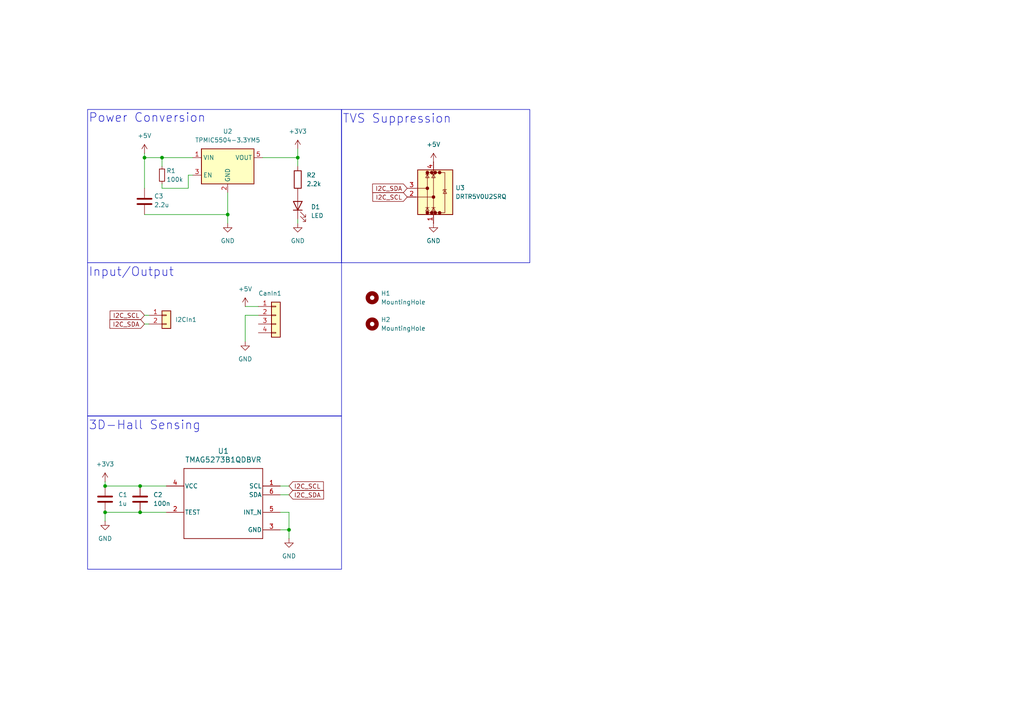
<source format=kicad_sch>
(kicad_sch (version 20231120) (generator "eeschema") (generator_version "8.0")
  (paper "A4")
  (lib_symbols
    (symbol "Connector_Generic:Conn_01x02" (pin_names (offset 1.016) hide)
      (property "Reference" "J" (at 0 2.54 0))
      (property "Value" "Conn_01x02" (at 0 -5.08 0))
      (symbol "Conn_01x02_1_1"
        (rectangle (start -1.27 -2.413) (end 0 -2.667) (stroke (width 0.1524)))
        (rectangle (start -1.27 0.127) (end 0 -0.127) (stroke (width 0.1524)))
        (rectangle (start -1.27 1.27) (end 1.27 -3.81) (stroke (width 0.254)) (fill (type background)))
        (pin passive line (at -5.08 0 0) (length 3.81) (name "Pin_1") (number "1"))
        (pin passive line (at -5.08 -2.54 0) (length 3.81) (name "Pin_2") (number "2"))
      )
    )
    (symbol "Connector_Generic:Conn_01x04" (pin_names (offset 1.016) hide)
      (property "Reference" "J" (at 0 5.08 0))
      (property "Value" "Conn_01x04" (at 0 -7.62 0))
      (symbol "Conn_01x04_1_1"
        (rectangle (start -1.27 -4.953) (end 0 -5.207) (stroke (width 0.1524)))
        (rectangle (start -1.27 -2.413) (end 0 -2.667) (stroke (width 0.1524)))
        (rectangle (start -1.27 0.127) (end 0 -0.127) (stroke (width 0.1524)))
        (rectangle (start -1.27 2.667) (end 0 2.413) (stroke (width 0.1524)))
        (rectangle (start -1.27 3.81) (end 1.27 -6.35) (stroke (width 0.254)) (fill (type background)))
        (pin passive line (at -5.08 2.54 0) (length 3.81) (name "Pin_1") (number "1"))
        (pin passive line (at -5.08 0 0) (length 3.81) (name "Pin_2") (number "2"))
        (pin passive line (at -5.08 -2.54 0) (length 3.81) (name "Pin_3") (number "3"))
        (pin passive line (at -5.08 -5.08 0) (length 3.81) (name "Pin_4") (number "4"))
      )
    )
    (symbol "Device:C" (pin_numbers hide) (pin_names (offset 0.254))
      (property "Reference" "C" (at 0.635 2.54 0))
      (property "Value" "C" (at 0.635 -2.54 0))
      (symbol "C_0_1"
        (polyline (pts (xy -2.032 -0.762) (xy 2.032 -0.762)) (stroke (width 0.508)))
        (polyline (pts (xy -2.032 0.762) (xy 2.032 0.762)) (stroke (width 0.508)))
      )
      (symbol "C_1_1"
        (pin passive line (at 0 3.81 270) (length 2.794) (name "~") (number "1"))
        (pin passive line (at 0 -3.81 90) (length 2.794) (name "~") (number "2"))
      )
    )
    (symbol "Device:LED" (pin_numbers hide) (pin_names (offset 1.016) hide)
      (property "Reference" "D" (at 0 2.54 0))
      (property "Value" "LED" (at 0 -2.54 0))
      (symbol "LED_0_1"
        (polyline (pts (xy -1.27 -1.27) (xy -1.27 1.27)) (stroke (width 0.254)))
        (polyline (pts (xy -1.27 0) (xy 1.27 0)))
        (polyline (pts (xy 1.27 -1.27) (xy 1.27 1.27) (xy -1.27 0) (xy 1.27 -1.27)) (stroke (width 0.254)))
        (polyline (pts (xy -3.048 -0.762) (xy -4.572 -2.286) (xy -3.81 -2.286) (xy -4.572 -2.286) (xy -4.572 -1.524)))
        (polyline (pts (xy -1.778 -0.762) (xy -3.302 -2.286) (xy -2.54 -2.286) (xy -3.302 -2.286) (xy -3.302 -1.524)))
      )
      (symbol "LED_1_1"
        (pin passive line (at -3.81 0 0) (length 2.54) (name "K") (number "1"))
        (pin passive line (at 3.81 0 180) (length 2.54) (name "A") (number "2"))
      )
    )
    (symbol "Device:R" (pin_numbers hide) (pin_names (offset 0))
      (property "Reference" "R" (at 2.032 0 90))
      (property "Value" "R" (at 0 0 90))
      (symbol "R_0_1"
        (rectangle (start -1.016 -2.54) (end 1.016 2.54) (stroke (width 0.254)))
      )
      (symbol "R_1_1"
        (pin passive line (at 0 3.81 270) (length 1.27) (name "~") (number "1"))
        (pin passive line (at 0 -3.81 90) (length 1.27) (name "~") (number "2"))
      )
    )
    (symbol "Device:R_Small" (pin_numbers hide) (pin_names (offset 0.254) hide)
      (property "Reference" "R" (at 0.762 0.508 0))
      (property "Value" "R_Small" (at 0.762 -1.016 0))
      (symbol "R_Small_0_1"
        (rectangle (start -0.762 1.778) (end 0.762 -1.778) (stroke (width 0.2032)))
      )
      (symbol "R_Small_1_1"
        (pin passive line (at 0 2.54 270) (length 0.762) (name "~") (number "1"))
        (pin passive line (at 0 -2.54 90) (length 0.762) (name "~") (number "2"))
      )
    )
    (symbol "Mechanical:MountingHole" (pin_names (offset 1.016)) (exclude_from_sim yes) (in_bom no)
      (property "Reference" "H" (at 0 5.08 0))
      (property "Value" "MountingHole" (at 0 3.175 0))
      (symbol "MountingHole_0_1"
        (circle (center 0 0) (radius 1.27) (stroke (width 1.27)))
      )
    )
    (symbol "Power_Protection:WE-TVS-824015043" (pin_names hide)
      (property "Reference" "U3" (at 6.35 0.1271 0))
      (property "Value" "DRTR5V0U2SRQ" (at 6.35 -2.4129 0))
      (symbol "WE-TVS-824015043_0_0"
        (circle (center -1.778 -7.112) (radius 0.0001) (stroke (width 0.508)))
        (circle (center -1.778 0) (radius 0.0001) (stroke (width 0.508)))
        (circle (center -1.778 4.572) (radius 0.0001) (stroke (width 0.508)))
        (circle (center -0.508 -7.112) (radius 0.0001) (stroke (width 0.508)))
        (circle (center -0.508 4.572) (radius 0.0001) (stroke (width 0.508)))
        (circle (center 0 -2.54) (radius 0.0001) (stroke (width 0.508)))
        (circle (center 0.508 -7.112) (radius 0.0001) (stroke (width 0.508)))
        (circle (center 0.508 4.572) (radius 0.0001) (stroke (width 0.508)))
        (circle (center 1.778 -7.112) (radius 0.0001) (stroke (width 0.508)))
        (circle (center 1.778 4.572) (radius 0.0001) (stroke (width 0.508)))
      )
      (symbol "WE-TVS-824015043_0_1"
        (polyline (pts (xy -5.08 -2.54) (xy 0 -2.54)))
        (polyline (pts (xy -5.08 0) (xy -1.778 0)))
        (polyline (pts (xy -2.286 -5.588) (xy -1.27 -5.588)))
        (polyline (pts (xy -2.286 4.064) (xy -1.27 4.064)))
        (polyline (pts (xy -0.508 -5.588) (xy 0.508 -5.588)))
        (polyline (pts (xy -0.508 4.572) (xy 1.778 4.572)))
        (polyline (pts (xy 0 5.08) (xy 0.508 4.572)))
        (polyline (pts (xy 0.508 -7.112) (xy -0.508 -7.112)))
        (polyline (pts (xy 0.508 -7.112) (xy 1.778 -7.112)))
        (polyline (pts (xy 0.508 4.064) (xy -0.508 4.064)))
        (polyline (pts (xy 2.794 -0.762) (xy 2.794 -0.381) (xy 3.81 -0.381)))
        (polyline (pts (xy -1.27 -6.604) (xy -2.286 -6.604) (xy -1.778 -5.588) (xy -1.27 -6.604)))
        (polyline (pts (xy -1.27 3.048) (xy -2.286 3.048) (xy -1.778 4.064) (xy -1.27 3.048)))
        (polyline (pts (xy -0.508 -6.604) (xy 0.508 -6.604) (xy 0 -5.588) (xy -0.508 -6.604)))
        (polyline (pts (xy -0.508 3.048) (xy 0.508 3.048) (xy 0 4.064) (xy -0.508 3.048)))
        (polyline (pts (xy 1.778 4.572) (xy 3.302 4.572) (xy 3.302 -7.112) (xy 1.778 -7.112)))
        (polyline (pts (xy 3.81 -1.524) (xy 2.794 -1.524) (xy 3.302 -0.508) (xy 3.81 -1.524)))
      )
      (symbol "WE-TVS-824015043_1_1"
        (rectangle (start -4.572 5.334) (end 5.588 -7.62) (stroke (width 0.254)) (fill (type background)))
        (polyline (pts (xy 0.508 -7.112) (xy 0 -6.604) (xy 0 4.064) (xy -0.508 4.572)))
        (polyline (pts (xy 0 -7.62) (xy -0.508 -7.112) (xy -1.778 -7.112) (xy -1.778 4.572) (xy -0.508 4.572)))
        (pin passive line (at 0 -10.16 90) (length 2.54) (name "GND") (number "1"))
        (pin passive line (at -7.62 -2.54 0) (length 2.54) (name "I/O3") (number "2"))
        (pin passive line (at -7.62 0 0) (length 2.54) (name "I/O2") (number "3"))
        (pin passive line (at 0 7.62 270) (length 2.54) (name "VCC") (number "4"))
      )
    )
    (symbol "Regulator_Linear:MCP1802x-xx02xOT"
      (property "Reference" "U2" (at 0 10.16 0))
      (property "Value" "TPMIC5504-3.3YM5" (at 0 7.62 0))
      (symbol "MCP1802x-xx02xOT_0_1"
        (rectangle (start -7.62 5.08) (end 7.62 -5.08) (stroke (width 0.254)) (fill (type background)))
      )
      (symbol "MCP1802x-xx02xOT_1_1"
        (pin power_in line (at -10.16 2.54 0) (length 2.54) (name "VIN") (number "1"))
        (pin power_in line (at 0 -7.62 90) (length 2.54) (name "GND") (number "2"))
        (pin input line (at -10.16 -2.54 0) (length 2.54) (name "EN") (number "3"))
        (pin no_connect line (at 7.62 0 180) (length 2.54) hide (name "NC") (number "4"))
        (pin power_out line (at 10.16 2.54 180) (length 2.54) (name "VOUT") (number "5"))
      )
    )
    (symbol "TMAG5273:TMAG5273B1QDBVR" (pin_names (offset 0.254))
      (property "Reference" "U" (at 0 2.54 0))
      (property "Value" "TMAG5273B1QDBVR" (at 0 0 0))
      (symbol "TMAG5273B1QDBVR_0_1"
        (polyline (pts (xy 5.08 -15.24) (xy 27.94 -15.24)) (stroke (width 0.2032)))
        (polyline (pts (xy 5.08 5.08) (xy 5.08 -15.24)) (stroke (width 0.2032)))
        (polyline (pts (xy 27.94 -15.24) (xy 27.94 5.08)) (stroke (width 0.2032)))
        (polyline (pts (xy 27.94 5.08) (xy 5.08 5.08)) (stroke (width 0.2032)))
        (pin input line (at 33.02 0 180) (length 5.08) (name "SCL") (number "1"))
        (pin input line (at 0 -7.62 0) (length 5.08) (name "TEST") (number "2"))
        (pin power_in line (at 33.02 -12.7 180) (length 5.08) (name "GND") (number "3"))
        (pin power_in line (at 0 0 0) (length 5.08) (name "VCC") (number "4"))
        (pin output line (at 33.02 -7.62 180) (length 5.08) (name "INT_N") (number "5"))
        (pin bidirectional line (at 33.02 -2.54 180) (length 5.08) (name "SDA") (number "6"))
      )
    )
    (symbol "power:+3V3" (power) (pin_numbers hide) (pin_names (offset 0) hide)
      (property "Value" "+3V3" (at 0 3.556 0))
      (symbol "+3V3_0_1"
        (polyline (pts (xy -0.762 1.27) (xy 0 2.54)))
        (polyline (pts (xy 0 0) (xy 0 2.54)))
        (polyline (pts (xy 0 2.54) (xy 0.762 1.27)))
      )
      (symbol "+3V3_1_1"
        (pin power_in line (at 0 0 90) (length 0) (name "~") (number "1"))
      )
    )
    (symbol "power:+5V" (power) (pin_numbers hide) (pin_names (offset 0) hide)
      (property "Value" "+5V" (at 0 3.556 0))
      (symbol "+5V_0_1"
        (polyline (pts (xy -0.762 1.27) (xy 0 2.54)))
        (polyline (pts (xy 0 0) (xy 0 2.54)))
        (polyline (pts (xy 0 2.54) (xy 0.762 1.27)))
      )
      (symbol "+5V_1_1"
        (pin power_in line (at 0 0 90) (length 0) (name "~") (number "1"))
      )
    )
    (symbol "power:GND" (power) (pin_numbers hide) (pin_names (offset 0) hide)
      (property "Value" "GND" (at 0 -3.81 0))
      (symbol "GND_0_1"
        (polyline (pts (xy 0 0) (xy 0 -1.27) (xy 1.27 -1.27) (xy 0 -2.54) (xy -1.27 -1.27) (xy 0 -1.27)))
      )
      (symbol "GND_1_1"
        (pin power_in line (at 0 0 270) (length 0) (name "~") (number "1"))
      )
    )
  )
  (junction (at 30.48 148.59))
  (junction (at 40.64 148.59))
  (junction (at 66.04 62.23))
  (junction (at 83.82 153.67))
  (junction (at 41.91 45.72))
  (junction (at 40.64 140.97))
  (junction (at 86.36 45.72))
  (junction (at 46.99 45.72))
  (junction (at 30.48 140.97))
  (wire (pts (xy 81.28 153.67) (xy 83.82 153.67)))
  (wire (pts (xy 71.12 88.9) (xy 74.93 88.9)))
  (wire (pts (xy 54.61 50.8) (xy 55.88 50.8)))
  (wire (pts (xy 41.91 93.98) (xy 43.18 93.98)))
  (wire (pts (xy 66.04 55.88) (xy 66.04 62.23)))
  (wire (pts (xy 40.64 140.97) (xy 48.26 140.97)))
  (wire (pts (xy 83.82 153.67) (xy 83.82 156.21)))
  (wire (pts (xy 41.91 62.23) (xy 66.04 62.23)))
  (wire (pts (xy 30.48 148.59) (xy 30.48 151.13)))
  (wire (pts (xy 76.2 45.72) (xy 86.36 45.72)))
  (wire (pts (xy 83.82 140.97) (xy 81.28 140.97)))
  (wire (pts (xy 41.91 44.45) (xy 41.91 45.72)))
  (wire (pts (xy 66.04 64.77) (xy 66.04 62.23)))
  (wire (pts (xy 30.48 140.97) (xy 40.64 140.97)))
  (wire (pts (xy 46.99 54.61) (xy 54.61 54.61)))
  (wire (pts (xy 46.99 45.72) (xy 55.88 45.72)))
  (wire (pts (xy 86.36 43.18) (xy 86.36 45.72)))
  (wire (pts (xy 71.12 99.06) (xy 71.12 91.44)))
  (wire (pts (xy 83.82 143.51) (xy 81.28 143.51)))
  (wire (pts (xy 86.36 63.5) (xy 86.36 64.77)))
  (wire (pts (xy 83.82 148.59) (xy 83.82 153.67)))
  (wire (pts (xy 41.91 45.72) (xy 46.99 45.72)))
  (wire (pts (xy 86.36 45.72) (xy 86.36 48.26)))
  (wire (pts (xy 54.61 50.8) (xy 54.61 54.61)))
  (wire (pts (xy 71.12 91.44) (xy 74.93 91.44)))
  (wire (pts (xy 46.99 54.61) (xy 46.99 53.34)))
  (wire (pts (xy 40.64 148.59) (xy 48.26 148.59)))
  (wire (pts (xy 81.28 148.59) (xy 83.82 148.59)))
  (wire (pts (xy 30.48 139.7) (xy 30.48 140.97)))
  (wire (pts (xy 41.91 45.72) (xy 41.91 54.61)))
  (wire (pts (xy 41.91 91.44) (xy 43.18 91.44)))
  (wire (pts (xy 46.99 45.72) (xy 46.99 48.26)))
  (wire (pts (xy 30.48 148.59) (xy 40.64 148.59)))
  (rectangle (start 99.06 31.75) (end 153.67 76.2))
  (rectangle (start 25.4 120.65) (end 99.06 165.1))
  (rectangle (start 25.4 76.2) (end 99.06 120.65))
  (rectangle (start 25.4 31.75) (end 99.06 76.2))
  (text "Power Conversion" (at 25.654 34.29 0) (effects (font (size 2.54 2.54)) (justify left)))
  (text "TVS Suppression" (at 99.314 34.544 0) (effects (font (size 2.54 2.54)) (justify left)))
  (text "3D-Hall Sensing" (at 25.654 123.444 0) (effects (font (size 2.54 2.54)) (justify left)))
  (text "Input/Output" (at 25.654 78.994 0) (effects (font (size 2.54 2.54)) (justify left)))
  (global_label "I2C_SCL" (shape input) (at 118.11 57.15 180) (property "Intersheetrefs" "${INTERSHEET_REFS}" (effects (hide yes))))
  (global_label "I2C_SCL" (shape input) (at 41.91 91.44 180) (property "Intersheetrefs" "${INTERSHEET_REFS}" (effects (hide yes))))
  (global_label "I2C_SCL" (shape input) (at 83.82 140.97 0) (property "Intersheetrefs" "${INTERSHEET_REFS}" (effects (hide yes))))
  (global_label "I2C_SDA" (shape input) (at 83.82 143.51 0) (property "Intersheetrefs" "${INTERSHEET_REFS}" (effects (hide yes))))
  (global_label "I2C_SDA" (shape input) (at 41.91 93.98 180) (property "Intersheetrefs" "${INTERSHEET_REFS}" (effects (hide yes))))
  (global_label "I2C_SDA" (shape input) (at 118.11 54.61 180) (property "Intersheetrefs" "${INTERSHEET_REFS}" (effects (hide yes))))
  (symbol (lib_id "Device:R") (at 86.36 52.07 0) (unit 1)
    (property "Reference" "R2" (at 88.9 50.7999 0) (effects (justify left)))
    (property "Value" "2.2k" (at 88.9 53.3399 0) (effects (justify left)))
    (property "Footprint" "Resistor_SMD:R_0603_1608Metric_Pad0.98x0.95mm_HandSolder" (effects (hide yes)))
    (property "Description" "Resistor" (effects (hide yes)))
  )
  (symbol (lib_id "power:+3V3") (at 30.48 139.7 0) (unit 1)
    (property "Reference" "#PWR01" (effects (hide yes)))
    (property "Value" "+3V3" (at 30.48 134.62 0))
    (property "Description" "Power symbol creates a global label with name \"+3V3\"" (effects (hide yes)))
  )
  (symbol (lib_id "Power_Protection:WE-TVS-824015043") (at 125.73 54.61 0) (unit 1)
    (property "Reference" "U3" (at 132.08 54.4829 0) (effects (justify left)))
    (property "Value" "DRTR5V0U2SRQ" (at 132.08 57.0229 0) (effects (justify left)))
    (property "Footprint" "Package_TO_SOT_SMD:SOT-143_Handsoldering" (effects (hide yes)))
    (property "Datasheet" "https://www.mouser.com/datasheet/2/115/DRTR5V0U2SRQ-2940787.pdf" (effects (hide yes)))
    (property "Description" "Low Capacitance TVS Diode Array, 2 Channels, SOT-23-6" (effects (hide yes)))
  )
  (symbol (lib_id "Mechanical:MountingHole") (at 107.95 93.98 0) (unit 1) (exclude_from_sim yes) (in_bom no)
    (property "Reference" "H2" (at 110.49 92.7099 0) (effects (justify left)))
    (property "Value" "MountingHole" (at 110.49 95.2499 0) (effects (justify left)))
    (property "Footprint" "MountingHole:MountingHole_3.2mm_M3" (effects (hide yes)))
    (property "Description" "Mounting Hole without connection" (effects (hide yes)))
  )
  (symbol (lib_id "power:GND") (at 125.73 64.77 0) (unit 1)
    (property "Reference" "#PWR011" (effects (hide yes)))
    (property "Value" "GND" (at 125.73 69.85 0))
    (property "Description" "Power symbol creates a global label with name \"GND\" , ground" (effects (hide yes)))
  )
  (symbol (lib_id "power:GND") (at 30.48 151.13 0) (unit 1)
    (property "Reference" "#PWR02" (effects (hide yes)))
    (property "Value" "GND" (at 30.48 156.21 0))
    (property "Description" "Power symbol creates a global label with name \"GND\" , ground" (effects (hide yes)))
  )
  (symbol (lib_id "power:GND") (at 71.12 99.06 0) (mirror y) (unit 1)
    (property "Reference" "#PWR06" (effects (hide yes)))
    (property "Value" "GND" (at 71.12 104.14 0))
    (property "Description" "Power symbol creates a global label with name \"GND\" , ground" (effects (hide yes)))
  )
  (symbol (lib_id "power:+5V") (at 71.12 88.9 0) (mirror y) (unit 1)
    (property "Reference" "#PWR05" (effects (hide yes)))
    (property "Value" "+5V" (at 71.12 83.82 0))
    (property "Description" "Power symbol creates a global label with name \"+5V\"" (effects (hide yes)))
  )
  (symbol (lib_id "power:+3V3") (at 86.36 43.18 0) (unit 1)
    (property "Reference" "#PWR08" (effects (hide yes)))
    (property "Value" "+3V3" (at 86.36 38.1 0))
    (property "Description" "Power symbol creates a global label with name \"+3V3\"" (effects (hide yes)))
  )
  (symbol (lib_id "Mechanical:MountingHole") (at 107.95 86.36 0) (unit 1) (exclude_from_sim yes) (in_bom no)
    (property "Reference" "H1" (at 110.49 85.0899 0) (effects (justify left)))
    (property "Value" "MountingHole" (at 110.49 87.6299 0) (effects (justify left)))
    (property "Footprint" "MountingHole:MountingHole_3.2mm_M3" (effects (hide yes)))
    (property "Description" "Mounting Hole without connection" (effects (hide yes)))
  )
  (symbol (lib_id "Device:R_Small") (at 46.99 50.8 0) (unit 1)
    (property "Reference" "R1" (at 48.26 49.53 0) (effects (justify left)))
    (property "Value" "100k" (at 48.26 52.07 0) (effects (justify left)))
    (property "Footprint" "Resistor_SMD:R_0603_1608Metric_Pad0.98x0.95mm_HandSolder" (effects (hide yes)))
    (property "Description" "Resistor, small symbol" (effects (hide yes)))
  )
  (symbol (lib_id "power:+5V") (at 125.73 46.99 0) (mirror y) (unit 1)
    (property "Reference" "#PWR010" (effects (hide yes)))
    (property "Value" "+5V" (at 125.73 41.91 0))
    (property "Description" "Power symbol creates a global label with name \"+5V\"" (effects (hide yes)))
  )
  (symbol (lib_id "Connector_Generic:Conn_01x04") (at 80.01 91.44 0) (unit 1)
    (property "Reference" "CanIn1" (at 74.93 85.09 0) (effects (justify left)))
    (property "Value" "Conn_01x04_MountingPin" (effects (hide yes)))
    (property "Footprint" "Temporary Common:Pluggable_Terminal_2.54mm_4P_Horizontal" (effects (hide yes)))
    (property "Description" "Generic connector, single row, 01x04, script generated (kicad-library-utils/schlib/autogen/connector/)" (effects (hide yes)))
  )
  (symbol (lib_id "power:GND") (at 66.04 64.77 0) (unit 1)
    (property "Reference" "#PWR04" (effects (hide yes)))
    (property "Value" "GND" (at 66.04 69.85 0))
    (property "Description" "Power symbol creates a global label with name \"GND\" , ground" (effects (hide yes)))
  )
  (symbol (lib_id "Device:C") (at 30.48 144.78 0) (unit 1)
    (property "Reference" "C1" (at 34.29 143.5099 0) (effects (justify left)))
    (property "Value" "1u" (at 34.29 146.0499 0) (effects (justify left)))
    (property "Footprint" "Capacitor_SMD:C_0603_1608Metric_Pad1.08x0.95mm_HandSolder" (effects (hide yes)))
    (property "Description" "Unpolarized capacitor" (effects (hide yes)))
  )
  (symbol (lib_id "power:GND") (at 86.36 64.77 0) (unit 1)
    (property "Reference" "#PWR09" (effects (hide yes)))
    (property "Value" "GND" (at 86.36 69.85 0))
    (property "Description" "Power symbol creates a global label with name \"GND\" , ground" (effects (hide yes)))
  )
  (symbol (lib_id "Device:LED") (at 86.36 59.69 90) (unit 1)
    (property "Reference" "D1" (at 90.17 60.0074 90) (effects (justify right)))
    (property "Value" "LED" (at 90.17 62.5474 90) (effects (justify right)))
    (property "Footprint" "LED_SMD:LED_0603_1608Metric_Pad1.05x0.95mm_HandSolder" (effects (hide yes)))
    (property "Description" "Light emitting diode" (effects (hide yes)))
  )
  (symbol (lib_id "Connector_Generic:Conn_01x02") (at 48.26 91.44 0) (unit 1)
    (property "Reference" "I2CIn1" (at 50.8 92.7099 0) (effects (justify left)))
    (property "Value" "Conn_01x02_MountingPin" (effects (hide yes)))
    (property "Footprint" "Temporary Common:Pluggable_Terminal_2.54mm_2P_Horizontal" (effects (hide yes)))
    (property "Description" "Generic connector, single row, 01x02, script generated (kicad-library-utils/schlib/autogen/connector/)" (effects (hide yes)))
  )
  (symbol (lib_id "Device:C") (at 41.91 58.42 0) (unit 1)
    (property "Reference" "C3" (at 44.704 56.896 0) (effects (justify left)))
    (property "Value" "2.2u" (at 44.704 59.436 0) (effects (justify left)))
    (property "Footprint" "Capacitor_SMD:C_0603_1608Metric_Pad1.08x0.95mm_HandSolder" (effects (hide yes)))
    (property "Description" "Unpolarized capacitor" (effects (hide yes)))
  )
  (symbol (lib_id "Regulator_Linear:MCP1802x-xx02xOT") (at 66.04 48.26 0) (unit 1)
    (property "Reference" "U2" (at 66.04 38.1 0))
    (property "Value" "TPMIC5504-3.3YM5" (at 66.04 40.64 0))
    (property "Footprint" "Package_TO_SOT_SMD:SOT-23-5" (effects (hide yes)))
    (property "Datasheet" "https://www.lcsc.com/datasheet/lcsc_datasheet_2205241716_TECH-PUBLIC-TPMIC5504-3-3YM5_C3021093.pdf" (effects (hide yes)))
    (property "Description" "300mA, LDO With Shutdown, Fixed 3.3V, SOT-23-5" (effects (hide yes)))
  )
  (symbol (lib_id "TMAG5273:TMAG5273B1QDBVR") (at 48.26 140.97 0) (unit 1)
    (property "Reference" "U1" (at 64.77 130.81 0) (effects (font (size 1.524 1.524))))
    (property "Value" "TMAG5273B1QDBVR" (at 64.77 133.35 0) (effects (font (size 1.524 1.524))))
    (property "Footprint" "DBV0006A-IPC_A" (effects (hide yes)))
    (property "Datasheet" "https://www.ti.com/lit/ds/symlink/tmag5273.pdf?ts=1721504027842&ref_url=https%253A%252F%252Fwww.mouser.com%252F" (effects (hide yes)))
  )
  (symbol (lib_id "power:+5V") (at 41.91 44.45 0) (unit 1)
    (property "Reference" "#PWR03" (effects (hide yes)))
    (property "Value" "+5V" (at 41.91 39.37 0))
    (property "Description" "Power symbol creates a global label with name \"+5V\"" (effects (hide yes)))
  )
  (symbol (lib_id "Device:C") (at 40.64 144.78 0) (unit 1)
    (property "Reference" "C2" (at 44.45 143.5099 0) (effects (justify left)))
    (property "Value" "100n" (at 44.45 146.0499 0) (effects (justify left)))
    (property "Footprint" "Capacitor_SMD:C_0603_1608Metric_Pad1.08x0.95mm_HandSolder" (effects (hide yes)))
    (property "Description" "Unpolarized capacitor" (effects (hide yes)))
  )
  (symbol (lib_id "power:GND") (at 83.82 156.21 0) (unit 1)
    (property "Reference" "#PWR07" (effects (hide yes)))
    (property "Value" "GND" (at 83.82 161.29 0))
    (property "Description" "Power symbol creates a global label with name \"GND\" , ground" (effects (hide yes)))
  )
)
</source>
